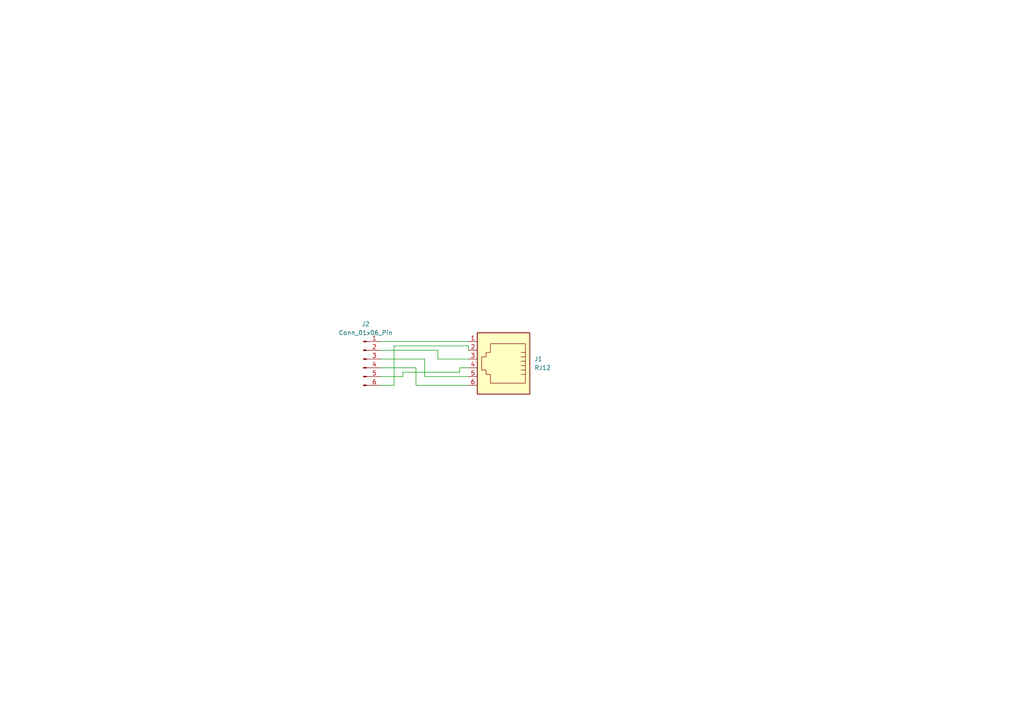
<source format=kicad_sch>
(kicad_sch (version 20250114) (generator "eeschema") (generator_version "9.0")
  (paper "A4")
  (lib_symbols
    (symbol "Connector:Conn_01x06_Pin" (pin_names (offset 1.016) (hide yes))
      (property "Reference" "J" (at 0 7.62 0))
      (property "Value" "Conn_01x06_Pin" (at 0 -10.16 0))
      (symbol "Conn_01x06_Pin_1_1"
        (rectangle (start 0.8636 5.207) (end 0 4.953) (stroke (width 0.1524)) (fill (type outline)))
        (rectangle (start 0.8636 2.667) (end 0 2.413) (stroke (width 0.1524)) (fill (type outline)))
        (rectangle (start 0.8636 0.127) (end 0 -0.127) (stroke (width 0.1524)) (fill (type outline)))
        (rectangle (start 0.8636 -2.413) (end 0 -2.667) (stroke (width 0.1524)) (fill (type outline)))
        (rectangle (start 0.8636 -4.953) (end 0 -5.207) (stroke (width 0.1524)) (fill (type outline)))
        (rectangle (start 0.8636 -7.493) (end 0 -7.747) (stroke (width 0.1524)) (fill (type outline)))
        (polyline (pts (xy 1.27 5.08) (xy 0.8636 5.08)) (stroke (width 0.1524)))
        (polyline (pts (xy 1.27 2.54) (xy 0.8636 2.54)) (stroke (width 0.1524)))
        (polyline (pts (xy 1.27 0) (xy 0.8636 0)) (stroke (width 0.1524)))
        (polyline (pts (xy 1.27 -2.54) (xy 0.8636 -2.54)) (stroke (width 0.1524)))
        (polyline (pts (xy 1.27 -5.08) (xy 0.8636 -5.08)) (stroke (width 0.1524)))
        (polyline (pts (xy 1.27 -7.62) (xy 0.8636 -7.62)) (stroke (width 0.1524)))
        (pin passive line (at 5.08 5.08 180) (length 3.81) (name "Pin_1") (number "1"))
        (pin passive line (at 5.08 2.54 180) (length 3.81) (name "Pin_2") (number "2"))
        (pin passive line (at 5.08 0 180) (length 3.81) (name "Pin_3") (number "3"))
        (pin passive line (at 5.08 -2.54 180) (length 3.81) (name "Pin_4") (number "4"))
        (pin passive line (at 5.08 -5.08 180) (length 3.81) (name "Pin_5") (number "5"))
        (pin passive line (at 5.08 -7.62 180) (length 3.81) (name "Pin_6") (number "6"))
      )
    )
    (symbol "Connector:RJ12" (pin_names (offset 1.016))
      (property "Reference" "J" (at -5.08 11.43 0))
      (property "Value" "RJ12" (at 2.54 11.43 0))
      (symbol "RJ12_0_1"
        (polyline (pts (xy -6.35 3.175) (xy -5.08 3.175) (xy -5.08 3.175)))
        (polyline (pts (xy -6.35 1.905) (xy -5.08 1.905) (xy -5.08 1.905)))
        (polyline (pts (xy -6.35 0.635) (xy -5.08 0.635) (xy -5.08 0.635)))
        (polyline (pts (xy -6.35 -0.635) (xy -5.08 -0.635) (xy -5.08 -0.635)))
        (polyline (pts (xy -6.35 -1.905) (xy -5.08 -1.905) (xy -5.08 -1.905)))
        (polyline (pts (xy -6.35 -4.445) (xy -6.35 6.985) (xy 3.81 6.985) (xy 3.81 4.445) (xy 5.08 4.445) (xy 5.08 3.175) (xy 6.35 3.175) (xy 6.35 -0.635) (xy 5.08 -0.635) (xy 5.08 -1.905) (xy 3.81 -1.905) (xy 3.81 -4.445) (xy -6.35 -4.445) (xy -6.35 -4.445)))
        (polyline (pts (xy -5.08 4.445) (xy -6.35 4.445) (xy -6.35 4.445)))
        (rectangle (start 7.62 10.16) (end -7.62 -7.62) (stroke (width 0.254)) (fill (type background)))
      )
      (symbol "RJ12_1_1"
        (pin passive line (at 10.16 7.62 180) (length 2.54) (name "~") (number "6"))
        (pin passive line (at 10.16 5.08 180) (length 2.54) (name "~") (number "5"))
        (pin passive line (at 10.16 2.54 180) (length 2.54) (name "~") (number "4"))
        (pin passive line (at 10.16 0 180) (length 2.54) (name "~") (number "3"))
        (pin passive line (at 10.16 -2.54 180) (length 2.54) (name "~") (number "2"))
        (pin passive line (at 10.16 -5.08 180) (length 2.54) (name "~") (number "1"))
      )
    )
  )
  (wire (pts (xy 133.35 106.68) (xy 135.89 106.68)))
  (wire (pts (xy 127 101.6) (xy 127 104.14)))
  (wire (pts (xy 116.84 109.22) (xy 116.84 107.95)))
  (wire (pts (xy 110.49 106.68) (xy 120.65 106.68)))
  (wire (pts (xy 110.49 109.22) (xy 116.84 109.22)))
  (wire (pts (xy 135.89 100.33) (xy 135.89 101.6)))
  (wire (pts (xy 120.65 106.68) (xy 120.65 111.76)))
  (wire (pts (xy 114.3 100.33) (xy 135.89 100.33)))
  (wire (pts (xy 127 104.14) (xy 135.89 104.14)))
  (wire (pts (xy 110.49 99.06) (xy 135.89 99.06)))
  (wire (pts (xy 120.65 111.76) (xy 135.89 111.76)))
  (wire (pts (xy 116.84 107.95) (xy 133.35 107.95)))
  (wire (pts (xy 110.49 101.6) (xy 127 101.6)))
  (wire (pts (xy 123.19 104.14) (xy 123.19 109.22)))
  (wire (pts (xy 114.3 111.76) (xy 114.3 100.33)))
  (wire (pts (xy 110.49 111.76) (xy 114.3 111.76)))
  (wire (pts (xy 123.19 109.22) (xy 135.89 109.22)))
  (wire (pts (xy 133.35 107.95) (xy 133.35 106.68)))
  (wire (pts (xy 110.49 104.14) (xy 123.19 104.14)))
  (symbol (lib_id "Connector:Conn_01x06_Pin") (at 105.41 104.14 0) (unit 1)
    (property "Reference" "J2" (at 106.045 93.98 0))
    (property "Value" "Conn_01x06_Pin" (at 106.045 96.52 0))
    (property "Footprint" "Connector_PinHeader_2.54mm:PinHeader_1x06_P2.54mm_Vertical" (effects (hide yes)))
    (property "Description" "Generic connector, single row, 01x06, script generated" (effects (hide yes)))
  )
  (symbol (lib_id "Connector:RJ12") (at 146.05 104.14 180) (unit 1)
    (property "Reference" "J1" (at 154.94 104.1399 0) (effects (justify right)))
    (property "Value" "RJ12" (at 154.94 106.6799 0) (effects (justify right)))
    (property "Footprint" "Connector_RJ:RJ25_Wayconn_MJEA-660X1_Horizontal" (effects (hide yes)))
    (property "Description" "RJ connector, 6P6C (6 positions 6 connected)" (effects (hide yes)))
  )
)
</source>
